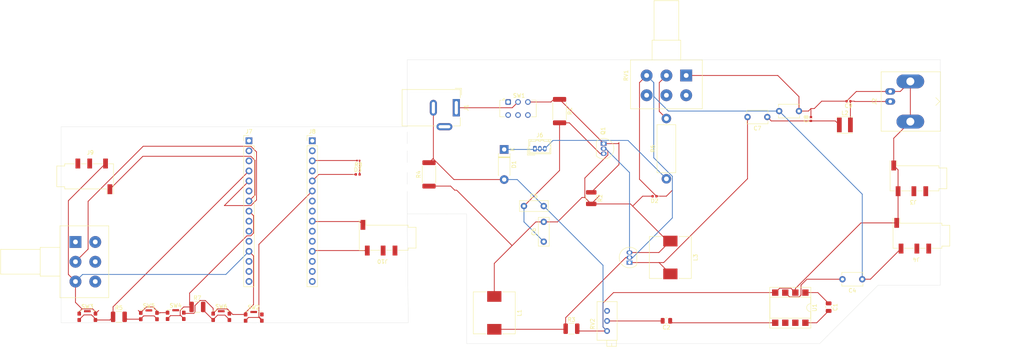
<source format=kicad_pcb>
(kicad_pcb (version 20240108) (generator "pcbnew") (generator_version "8.0")
  (layers (0 "F.Cu" signal) (31 "B.Cu" signal) (34 "B.Paste" user) (35 "F.Paste" user) (36 "B.SilkS" user "B.Silkscreen") (37 "F.SilkS" user "F.Silkscreen") (38 "B.Mask" user) (39 "F.Mask" user) (44 "Edge.Cuts" user))
  (net 0 "")
  (net 1 "Net-(C1-Pad2)")
  (net 2 "Net-(C1-Pad1)")
  (net 3 "Net-(C2-Pad2)")
  (net 4 "Net-(C2-Pad1)")
  (net 5 "Net-(D1-A)")
  (net 6 "Net-(D2-K)")
  (net 7 "Net-(U1-+)")
  (net 8 "Net-(Q1-B)")
  (net 9 "Net-(D2-A)")
  (net 10 "Net-(Q2-C)")
  (net 11 "Net-(C7-Pad1)")
  (net 12 "Net-(J2-In)")
  (net 13 "Net-(D1-K)")
  (net 14 "Net-(D3-A)")
  (net 15 "Net-(D3-K)")
  (net 16 "Net-(SW1A-B)")
  (net 17 "Net-(J7-Pin_8)")
  (net 21 "Net-(J7-Pin_6)")
  (net 27 "Net-(J7-Pin_7)")
  (net 30 "Net-(J8-Pin_9)")
  (net 33 "Net-(J8-Pin_6)")
  (net 35 "Net-(J8-Pin_3)")
  (net 36 "Net-(J8-Pin_12)")
  (net 43 "Net-(Q1-C)")
  (net 44 "Net-(R5-Pad2)")
  (net 45 "Net-(R6-Pad2)")
  (net 46 "Net-(R7-Pad2)")
  (net 63 "Net-(J7-Pin_4)")
  (net 64 "Net-(J7-Pin_12)")
  (net 65 "Net-(J7-Pin_5)")
  (footprint "Button_Switch_SMD:SW_SPST_CK_KMS2xxGP" (layer "F.Cu") (at 78.5 96)
    (property "Reference" "SW6")
    (property "Value" "CK_KMS2xxGP")
  )
  (footprint "Resistor_SMD:R_1210_3225Metric" (layer "F.Cu") (at 172 66 -90)
    (property "Reference" "R2")
    (property "Value" "R33k")
  )
  (footprint "Capacitor_SMD:C_0805_2012Metric" (layer "F.Cu") (at 232 93.55 -90)
    (property "Reference" "C1")
    (property "Value" "C 10uF")
  )
  (footprint "Resistor_SMD:R_2512_6332Metric" (layer "F.Cu") (at 131 60 90)
    (property "Reference" "R4")
    (property "Value" "R")
  )
  (footprint "Resistor_SMD:R_2512_6332Metric" (layer "F.Cu") (at 164 44 -90)
    (property "Reference" "R1")
    (property "Value" "R47k")
  )
  (footprint "LED_SMD:LED_0402_1005Metric" (layer "F.Cu") (at 112.985 60)
    (property "Reference" "D3")
    (property "Value" "LED")
  )
  (footprint "Potentiometer_THT:Potentiometer_Bourns_3296X_Horizontal" (layer "F.Cu") (at 176 94.5 90)
    (property "Reference" "RV2")
    (property "Value" "R_100ohm")
  )
  (footprint "Capacitor_THT:C_Disc_D5.1mm_W3.2mm_P5.00mm" (layer "F.Cu") (at 240.5 86.5 180)
    (property "Reference" "C4")
    (property "Value" "C" (hide yes))
  )
  (footprint "Capacitor_SMD:C_0402_1005Metric" (layer "F.Cu") (at 227.52 46 90)
    (property "Reference" "C8")
    (property "Value" "C_Small")
  )
  (footprint "Potentiometer_THT:Potentiometer_Alps_RK163_Dual_Horizontal" (layer "F.Cu") (at 41.65 77.08)
    (property "Reference" "RV3" (hide yes))
    (property "Value" "R_Potentiometer_10k")
  )
  (footprint "Button_Switch_SMD:SW_SPST_CK_KMS2xxGP" (layer "F.Cu") (at 66.975 95.75)
    (property "Reference" "SW4")
    (property "Value" "CK_KMS2xxGP")
  )
  (footprint "Inductor_SMD:L_10.4x10.4_H4.8" (layer "F.Cu") (at 147.5 95 -90)
    (property "Reference" "L1")
    (property "Value" "L_100uH")
  )
  (footprint "Capacitor_THT:C_Disc_D7.0mm_W2.5mm_P5.00mm" (layer "F.Cu") (at 160 77 90)
    (property "Reference" "C6")
    (property "Value" "C100p")
  )
  (footprint "Resistor_SMD:R_0201_0603Metric" (layer "F.Cu") (at 113.125 56.5 180)
    (property "Reference" "R8")
    (property "Value" "R_Small")
  )
  (footprint "Capacitor_SMD:C_0805_2012Metric" (layer "F.Cu") (at 191 97 180)
    (property "Reference" "C2")
    (property "Value" "C 10uF")
  )
  (footprint "Connector_Audio:Jack_3.5mm_KoreanHropartsElec_PJ-320D-4A_Horizontal" (layer "F.Cu") (at 254.15 75.5 180)
    (property "Reference" "J4")
    (property "Value" "AudioJack3_Ground")
  )
  (footprint "Button_Switch_SMD:SW_SPST_CK_KMS2xxGP" (layer "F.Cu") (at 86.7 96.2)
    (property "Reference" "SW2")
    (property "Value" "CK_KMS2xxGP")
  )
  (footprint "Connector_Audio:Jack_3.5mm_KoreanHropartsElec_PJ-320D-4A_Horizontal" (layer "F.Cu") (at 119.25 76 180)
    (property "Reference" "J10")
    (property "Value" "AudioJack3_Radio")
  )
  (footprint "Inductor_SMD:L_10.4x10.4_H4.8" (layer "F.Cu") (at 192 81 -90)
    (property "Reference" "L3")
    (property "Value" "L")
  )
  (footprint "Resistor_SMD:R_1210_3225Metric" (layer "F.Cu") (at 72.4625 93.5)
    (property "Reference" "R7")
    (property "Value" "R10K")
  )
  (footprint "Package_TO_SOT_THT:TO-92_Inline" (layer "F.Cu") (at 175.14 52.23 -90)
    (property "Reference" "Q1")
    (property "Value" "9013")
  )
  (footprint "Inductor_SMD:L_Taiyo-Yuden_MD-4040" (layer "F.Cu") (at 236.1 47.5)
    (property "Reference" "L2")
    (property "Value" "1uH")
  )
  (footprint "Connector_Audio:Jack_3.5mm_KoreanHropartsElec_PJ-320D-4A_Horizontal" (layer "F.Cu") (at 253.4 61 180)
    (property "Reference" "J3")
    (property "Value" "AudioJack3_Ground")
  )
  (footprint "Button_Switch_SMD:SW_SPST_CK_KMS2xxGP" (layer "F.Cu") (at 60.2 95.8)
    (property "Reference" "SW5")
    (property "Value" "CK_KMS2xxGP")
  )
  (footprint "Button_Switch_SMD:SW_SPST_CK_KMS2xxGP" (layer "F.Cu") (at 44.65 96)
    (property "Reference" "SW3")
    (property "Value" "CK_KMS2xxGP")
  )
  (footprint "Button_Switch_THT:SW_CK_JS202011CQN_DPDT_Straight" (layer "F.Cu") (at 151 41.7)
    (property "Reference" "SW1")
    (property "Value" "SW_DPDT_x2")
  )
  (footprint "Connector_PinHeader_2.54mm:PinHeader_1x15_P2.54mm_Vertical" (layer "F.Cu") (at 101.5 51.5)
    (property "Reference" "J8")
    (property "Value" "Conn_01x15_PinRight")
  )
  (footprint "Resistor_SMD:R_1210_3225Metric" (layer "F.Cu") (at 52.6125 96)
    (property "Reference" "R5")
    (property "Value" "R10K")
  )
  (footprint "Connector_Audio:Jack_3.5mm_KoreanHropartsElec_PJ-320D-4A_Horizontal" (layer "F.Cu") (at 45.4 60.5)
    (property "Reference" "J9")
    (property "Value" "AudioJack3_Key")
  )
  (footprint "Connector_Hirose:Hirose_DF13-03P-1.25DSA_1x03_P1.25mm_Vertical" (layer "F.Cu") (at 157.75 53.5)
    (property "Reference" "J6")
    (property "Value" "Conn_01x03_Pin")
  )
  (footprint "Capacitor_THT:C_Disc_D5.1mm_W3.2mm_P5.00mm" (layer "F.Cu") (at 216.5 45.5 180)
    (property "Reference" "C7")
    (property "Value" "C0.01uF")
  )
  (footprint "Diode_THT:D_DO-41_SOD81_P7.62mm_Horizontal" (layer "F.Cu") (at 150 53.69 -90)
    (property "Reference" "D1")
    (property "Value" "D_C145491")
  )
  (footprint "Connector_Coaxial:BNC_Amphenol_B6252HB-NPP3G-50_Horizontal" (layer "F.Cu") (at 247.57 41.58 -90)
    (property "Reference" "J2")
    (property "Value" "Conn_Coaxial")
  )
  (footprint "Connector_PinHeader_2.54mm:PinHeader_1x15_P2.54mm_Vertical" (layer "F.Cu") (at 85.5 51.5)
    (property "Reference" "J7")
    (property "Value" "Conn_01x15_PinLeft")
  )
  (footprint "Resistor_THT:R_Axial_DIN0414_L11.9mm_D4.5mm_P15.24mm_Horizontal" (layer "F.Cu") (at 191 61.12 90)
    (property "Reference" "R6")
    (property "Value" "R100k")
  )
  (footprint "Connector_BarrelJack:BarrelJack_Wuerth_6941xx301002" (layer "F.Cu") (at 137.9 43.15 -90)
    (property "Reference" "J1")
    (property "Value" "Barrel_Jack_MountingPin")
  )
  (footprint "Resistor_SMD:R_1210_3225Metric" (layer "F.Cu") (at 167 99)
    (property "Reference" "R3")
    (property "Value" "R10K")
  )
  (footprint "Package_DIP:DIP-8_W7.62mm_SMDSocket_SmallPads" (layer "F.Cu") (at 222.31 93.69 -90)
    (property "Reference" "U1")
    (property "Value" "LM386")
  )
  (footprint "Potentiometer_THT:Potentiometer_Alps_RK163_Dual_Horizontal" (layer "F.Cu") (at 196 35 -90)
    (property "Reference" "RV1")
    (property "Value" "R_Pot50k")
  )
  (footprint "LED_SMD:LED_0402_1005Metric" (layer "F.Cu") (at 188 65.515 180)
    (property "Reference" "D2")
    (property "Value" "LED")
  )
  (footprint "Capacitor_THT:C_Disc_D7.0mm_W2.5mm_P5.00mm" (layer "F.Cu") (at 155 68)
    (property "Reference" "C5")
    (property "Value" "C100p")
  )
  (footprint "Capacitor_SMD:C_0402_1005Metric" (layer "F.Cu") (at 237.02 41.5 180)
    (property "Reference" "C9")
    (property "Value" "C_Small")
  )
  (footprint "Capacitor_THT:C_Disc_D5.1mm_W3.2mm_P5.00mm" (layer "F.Cu") (at 219.5 44)
    (property "Reference" "C3" (hide yes))
    (property "Value" "C")
  )
  (footprint "Package_TO_SOT_THT:TO-92_Inline" (layer "F.Cu") (at 181.675 82.29 90)
    (property "Reference" "Q2" (hide yes))
    (property "Value" "8050")
  )
  (gr_line (start 125.5 52.25) (end 125.5 49.25) (stroke (width 0.05)) (layer "Edge.Cuts"))
  (gr_line (start 125.75 97.5) (end 125.5 70) (stroke (width 0.05)) (layer "Edge.Cuts"))
  (gr_line (start 140.5 84) (end 140.5 79) (stroke (width 0.05)) (layer "Edge.Cuts"))
  (gr_line (start 42.5 97.5) (end 38 97.5) (stroke (width 0.05)) (layer "Edge.Cuts"))
  (gr_line (start 140.5 102.75) (end 140.5 89) (stroke (width 0.05)) (layer "Edge.Cuts"))
  (gr_line (start 260.25 31) (end 260.25 88) (stroke (width 0.05)) (layer "Edge.Cuts"))
  (gr_line (start 130.5 70) (end 135.5 70) (stroke (width 0.05)) (layer "Edge.Cuts"))
  (gr_line (start 244.5 88) (end 231.75 100.75) (stroke (width 0.05)) (layer "Edge.Cuts"))
  (gr_line (start 140.5 70) (end 135.5 70) (stroke (width 0.05)) (layer "Edge.Cuts"))
  (gr_line (start 200 31) (end 125.5 31) (stroke (width 0.05)) (layer "Edge.Cuts"))
  (gr_line (start 125.5 57) (end 125.5 54) (stroke (width 0.05)) (layer "Edge.Cuts"))
  (gr_line (start 125.5 48) (end 38 48) (stroke (width 0.05)) (layer "Edge.Cuts"))
  (gr_line (start 140.5 84) (end 140.5 89) (stroke (width 0.05)) (layer "Edge.Cuts"))
  (gr_line (start 140.5 74) (end 140.5 79) (stroke (width 0.05)) (layer "Edge.Cuts"))
  (gr_line (start 38 48) (end 38 97.5) (stroke (width 0.05)) (layer "Edge.Cuts"))
  (gr_line (start 260.25 88) (end 244.5 88) (stroke (width 0.05)) (layer "Edge.Cuts"))
  (gr_line (start 140.5 74) (end 140.5 70) (stroke (width 0.05)) (layer "Edge.Cuts"))
  (gr_line (start 140.5 102.75) (end 229.75 102.75) (stroke (width 0.05)) (layer "Edge.Cuts"))
  (gr_line (start 130.5 70) (end 125.5 70) (stroke (width 0.05)) (layer "Edge.Cuts"))
  (gr_line (start 42.5 97.5) (end 125.75 97.5) (stroke (width 0.05)) (layer "Edge.Cuts"))
  (gr_line (start 231.75 100.75) (end 229.75 102.75) (stroke (width 0.05)) (layer "Edge.Cuts"))
  (gr_line (start 125.5 62.5) (end 125.5 59.5) (stroke (width 0.05)) (layer "Edge.Cuts"))
  (gr_line (start 200 31) (end 260.25 31) (stroke (width 0.05)) (layer "Edge.Cuts"))
  (gr_line (start 125.5 70) (end 125.5 64.25) (stroke (width 0.05)) (layer "Edge.Cuts"))
  (gr_line (start 125.5 31) (end 125.5 48) (stroke (width 0.05)) (layer "Edge.Cuts"))
  (segment (start 226.12 97.5) (end 229 97.5) (width 0.2) (layer "F.Cu") (net 1))
  (segment (start 229 97.5) (end 232 94.5) (width 0.2) (layer "F.Cu") (net 1))
  (segment (start 229.28 89.88) (end 232 92.6) (width 0.2) (layer "F.Cu") (net 2))
  (segment (start 226.12 89.88) (end 229.28 89.88) (width 0.2) (layer "F.Cu") (net 2))
  (segment (start 190.01 97.04) (end 190.05 97) (width 0.2) (layer "F.Cu") (net 3))
  (segment (start 176 97.04) (end 190.01 97.04) (width 0.2) (layer "F.Cu") (net 3))
  (segment (start 191.95 97) (end 192.45 97.5) (width 0.2) (layer "F.Cu") (net 4))
  (segment (start 192.45 97.5) (end 218.5 97.5) (width 0.2) (layer "F.Cu") (net 4))
  (segment (start 174.98 98.56) (end 174.98 92.52) (width 0.2) (layer "F.Cu") (net 5))
  (segment (start 227.52 43.37) (end 226.89 44) (width 0.2) (layer "F.Cu") (net 5))
  (segment (start 249.55 71.9) (end 249.2 72.25) (width 0.2) (layer "F.Cu") (net 5))
  (segment (start 226.89 44) (end 224.5 44) (width 0.2) (layer "F.Cu") (net 5))
  (segment (start 222.48 88.78) (end 223.58 89.88) (width 0.2) (layer "F.Cu") (net 5))
  (segment (start 236.54 41.5) (end 239 39.04) (width 0.2) (layer "F.Cu") (net 5))
  (segment (start 252.65 36.5) (end 252.65 46.66) (width 0.2) (layer "F.Cu") (net 5))
  (segment (start 249.55 58.85) (end 248.45 57.75) (width 0.2) (layer "F.Cu") (net 5))
  (segment (start 219.15 35) (end 196 35) (width 0.2) (layer "F.Cu") (net 5))
  (segment (start 131 57.0375) (end 132.01875 56.01875) (width 0.2) (layer "F.Cu") (net 5))
  (segment (start 168.4625 99) (end 169.0425 99.58) (width 0.2) (layer "F.Cu") (net 5))
  (segment (start 249.55 64.25) (end 249.55 71.9) (width 0.2) (layer "F.Cu") (net 5))
  (segment (start 132.01875 56.01875) (end 132.1 55.9375) (width 0.2) (layer "F.Cu") (net 5))
  (segment (start 177.62 89.88) (end 218.5 89.88) (width 0.2) (layer "F.Cu") (net 5))
  (segment (start 137.31 61.31) (end 132.01875 56.01875) (width 0.2) (layer "F.Cu") (net 5))
  (segment (start 219.6 88.78) (end 222.48 88.78) (width 0.2) (layer "F.Cu") (net 5))
  (segment (start 132.1 55.9375) (end 132.1 43.15) (width 0.2) (layer "F.Cu") (net 5))
  (segment (start 249.55 64.25) (end 249.55 58.85) (width 0.2) (layer "F.Cu") (net 5))
  (segment (start 230.24 41.5) (end 236.54 41.5) (width 0.2) (layer "F.Cu") (net 5))
  (segment (start 150 61.31) (end 137.31 61.31) (width 0.2) (layer "F.Cu") (net 5))
  (segment (start 227.52 43.37) (end 227.52 45.52) (width 0.2) (layer "F.Cu") (net 5))
  (segment (start 239 39.04) (end 247.57 39.04) (width 0.2) (layer "F.Cu") (net 5))
  (segment (start 219.15 35) (end 224.5 40.35) (width 0.2) (layer "F.Cu") (net 5))
  (segment (start 248.45 50.86) (end 252.65 46.66) (width 0.2) (layer "F.Cu") (net 5))
  (segment (start 176 99.58) (end 174.98 98.56) (width 0.2) (layer "F.Cu") (net 5))
  (segment (start 223.58 89.88) (end 223.58 88.854314) (width 0.2) (layer "F.Cu") (net 5))
  (segment (start 247.57 39.04) (end 250.11 39.04) (width 0.2) (layer "F.Cu") (net 5))
  (segment (start 248.45 57.75) (end 248.45 50.86) (width 0.2) (layer "F.Cu") (net 5))
  (segment (start 227.52 43.37) (end 228.37 43.37) (width 0.2) (layer "F.Cu") (net 5))
  (segment (start 224.5 40.35) (end 224.5 44) (width 0.2) (layer "F.Cu") (net 5))
  (segment (start 174.98 92.52) (end 177.62 89.88) (width 0.2) (layer "F.Cu") (net 5))
  (segment (start 228.37 43.37) (end 230.24 41.5) (width 0.2) (layer "F.Cu") (net 5))
  (segment (start 240.184314 72.25) (end 249.2 72.25) (width 0.2) (layer "F.Cu") (net 5))
  (segment (start 218.5 89.88) (end 219.6 88.78) (width 0.2) (layer "F.Cu") (net 5))
  (segment (start 250.11 39.04) (end 252.65 36.5) (width 0.2) (layer "F.Cu") (net 5))
  (segment (start 223.58 88.854314) (end 240.184314 72.25) (width 0.2) (layer "F.Cu") (net 5))
  (segment (start 169.0425 99.58) (end 176 99.58) (width 0.2) (layer "F.Cu") (net 5))
  (segment (start 150 61.31) (end 153.31 61.31) (width 0.2) (layer "B.Cu") (net 5))
  (segment (start 174.98 98.56) (end 176 99.58) (width 0.2) (layer "B.Cu") (net 5))
  (segment (start 153.31 61.31) (end 160 68) (width 0.2) (layer "B.Cu") (net 5))
  (segment (start 160 68) (end 174.98 82.98) (width 0.2) (layer "B.Cu") (net 5))
  (segment (start 174.98 82.98) (end 174.98 98.56) (width 0.2) (layer "B.Cu") (net 5))
  (segment (start 165.5375 96.2075) (end 180.725 81.02) (width 0.2) (layer "F.Cu") (net 6))
  (segment (start 188.485 65.515) (end 190.985 65.515) (width 0.2) (layer "F.Cu") (net 6))
  (segment (start 147.5 99.15) (end 165.3875 99.15) (width 0.2) (layer "F.Cu") (net 6))
  (segment (start 165.3875 99.15) (end 165.5375 99) (width 0.2) (layer "F.Cu") (net 6))
  (segment (start 242.55 86.5) (end 240.5 86.5) (width 0.2) (layer "F.Cu") (net 6))
  (segment (start 184.2 61.23) (end 184.2 36.8) (width 0.2) (layer "F.Cu") (net 6))
  (segment (start 188.485 65.515) (end 184.2 61.23) (width 0.2) (layer "F.Cu") (net 6))
  (segment (start 190.985 65.515) (end 192.5 64) (width 0.2) (layer "F.Cu") (net 6))
  (segment (start 180.725 81.02) (end 181.675 81.02) (width 0.2) (layer "F.Cu") (net 6))
  (segment (start 165.5375 99) (end 165.5375 96.2075) (width 0.2) (layer "F.Cu") (net 6))
  (segment (start 242.55 86.5) (end 250.3 78.75) (width 0.2) (layer "F.Cu") (net 6))
  (segment (start 184.2 36.8) (end 186 35) (width 0.2) (layer "F.Cu") (net 6))
  (segment (start 191.5 44) (end 187.8 40.3) (width 0.2) (layer "B.Cu") (net 6))
  (segment (start 240.5 65) (end 219.5 44) (width 0.2) (layer "B.Cu") (net 6))
  (segment (start 187.8 36.8) (end 187.8 55.798679) (width 0.2) (layer "B.Cu") (net 6))
  (segment (start 181.675 81.02) (end 181.45 81.02) (width 0.2) (layer "B.Cu") (net 6))
  (segment (start 192.5 60.498679) (end 192.5 71) (width 0.2) (layer "B.Cu") (net 6))
  (segment (start 240.5 86.5) (end 240.5 65) (width 0.2) (layer "B.Cu") (net 6))
  (segment (start 192.5 71) (end 182.48 81.02) (width 0.2) (layer "B.Cu") (net 6))
  (segment (start 182.48 81.02) (end 181.675 81.02) (width 0.2) (layer "B.Cu") (net 6))
  (segment (start 187.8 55.798679) (end 192.5 60.498679) (width 0.2) (layer "B.Cu") (net 6))
  (segment (start 187.8 36.8) (end 186 35) (width 0.2) (layer "B.Cu") (net 6))
  (segment (start 187.8 40.3) (end 187.8 36.8) (width 0.2) (layer "B.Cu") (net 6))
  (segment (start 219.5 44) (end 191.5 44) (width 0.2) (layer "B.Cu") (net 6))
  (segment (start 225.02 90.5) (end 225.02 87.98) (width 0.2) (layer "F.Cu") (net 7))
  (segment (start 224.54 90.98) (end 225.02 90.5) (width 0.2) (layer "F.Cu") (net 7))
  (segment (start 226.5 86.5) (end 235.45 86.5) (width 0.2) (layer "F.Cu") (net 7))
  (segment (start 221.04 89.88) (end 222.14 90.98) (width 0.2) (layer "F.Cu") (net 7))
  (segment (start 222.14 90.98) (end 224.54 90.98) (width 0.2) (layer "F.Cu") (net 7))
  (segment (start 225.02 87.98) (end 226.5 86.5) (width 0.2) (layer "F.Cu") (net 7))
  (segment (start 174.27 54.77) (end 166.4625 46.9625) (width 0.2) (layer "F.Cu") (net 8))
  (segment (start 175.14 54.77) (end 174.27 54.77) (width 0.2) (layer "F.Cu") (net 8))
  (segment (start 164 59) (end 155 68) (width 0.2) (layer "F.Cu") (net 8))
  (segment (start 166.4625 46.9625) (end 164 46.9625) (width 0.2) (layer "F.Cu") (net 8))
  (segment (start 164 46.9625) (end 164 59) (width 0.2) (layer "F.Cu") (net 8))
  (segment (start 160 77) (end 155 72) (width 0.2) (layer "B.Cu") (net 8))
  (segment (start 155 72) (end 155 68) (width 0.2) (layer "B.Cu") (net 8))
  (segment (start 181.675 79.75) (end 189.1 79.75) (width 0.2) (layer "F.Cu") (net 9))
  (segment (start 172 67.4625) (end 174 65.4625) (width 0.2) (layer "F.Cu") (net 9))
  (segment (start 138 64) (end 152 78) (width 0.2) (layer "F.Cu") (net 9))
  (segment (start 184.985 65.515) (end 187.515 65.515) (width 0.2) (layer "F.Cu") (net 9))
  (segment (start 147.5 82.5) (end 152 78) (width 0.2) (layer "F.Cu") (net 9))
  (segment (start 147.5 90.85) (end 147.5 82.5) (width 0.2) (layer "F.Cu") (net 9))
  (segment (start 170.375 65.8375) (end 170.375 60.926726) (width 0.2) (layer "F.Cu") (net 9))
  (segment (start 152 78) (end 158 72) (width 0.2) (layer "F.Cu") (net 9))
  (segment (start 176.19 54.05) (end 175.64 53.5) (width 0.2) (layer "F.Cu") (net 9))
  (segment (start 158 72) (end 160 72) (width 0.2) (layer "F.Cu") (net 9))
  (segment (start 137.5 64) (end 138 64) (width 0.2) (layer "F.Cu") (net 9))
  (segment (start 182.475 68.025) (end 184.985 65.515) (width 0.2) (layer "F.Cu") (net 9))
  (segment (start 189.1 79.75) (end 192 76.85) (width 0.2) (layer "F.Cu") (net 9))
  (segment (start 181.675 79.75) (end 181.45 79.75) (width 0.2) (layer "F.Cu") (net 9))
  (segment (start 169.6625 65.8375) (end 163.5 72) (width 0.2) (layer "F.Cu") (net 9))
  (segment (start 181.9125 67.4625) (end 172 67.4625) (width 0.2) (layer "F.Cu") (net 9))
  (segment (start 172 67.4625) (end 170.375 65.8375) (width 0.2) (layer "F.Cu") (net 9))
  (segment (start 176.19 55.111726) (end 176.19 54.05) (width 0.2) (layer "F.Cu") (net 9))
  (segment (start 190.4 75.95) (end 182.475 68.025) (width 0.2) (layer "F.Cu") (net 9))
  (segment (start 175.64 53.5) (end 175.14 53.5) (width 0.2) (layer "F.Cu") (net 9))
  (segment (start 182.475 68.025) (end 181.9125 67.4625) (width 0.2) (layer "F.Cu") (net 9))
  (segment (start 136.4625 62.9625) (end 137.5 64) (width 0.2) (layer "F.Cu") (net 9))
  (segment (start 170.375 60.926726) (end 176.19 55.111726) (width 0.2) (layer "F.Cu") (net 9))
  (segment (start 163.5 72) (end 160 72) (width 0.2) (layer "F.Cu") (net 9))
  (segment (start 131 62.9625) (end 136.4625 62.9625) (width 0.2) (layer "F.Cu") (net 9))
  (segment (start 170.375 65.8375) (end 169.6625 65.8375) (width 0.2) (layer "F.Cu") (net 9))
  (segment (start 175.64 53.5) (end 175.14 53.5) (width 0.2) (layer "B.Cu") (net 9))
  (segment (start 181.675 59.535) (end 175.64 53.5) (width 0.2) (layer "B.Cu") (net 9))
  (segment (start 181.675 79.75) (end 181.675 59.535) (width 0.2) (layer "B.Cu") (net 9))
  (segment (start 189.14 82.29) (end 190.31 82.29) (width 0.2) (layer "F.Cu") (net 10))
  (segment (start 181.675 82.29) (end 189.14 82.29) (width 0.2) (layer "F.Cu") (net 10))
  (segment (start 190.31 82.29) (end 211.5 61.1) (width 0.2) (layer "F.Cu") (net 10))
  (segment (start 211.5 61.1) (end 211.5 45.5) (width 0.2) (layer "F.Cu") (net 10))
  (segment (start 189.14 82.29) (end 192 85.15) (width 0.2) (layer "F.Cu") (net 10))
  (segment (start 227.52 46.48) (end 233.68 46.48) (width 0.2) (layer "F.Cu") (net 11))
  (segment (start 217.48 46.48) (end 216.5 45.5) (width 0.2) (layer "F.Cu") (net 11))
  (segment (start 233.68 46.48) (end 234.7 47.5) (width 0.2) (layer "F.Cu") (net 11))
  (segment (start 227.52 46.48) (end 217.48 46.48) (width 0.2) (layer "F.Cu") (net 11))
  (segment (start 238.5 41.5) (end 238.58 41.58) (width 0.2) (layer "F.Cu") (net 12))
  (segment (start 238.58 41.58) (end 247.57 41.58) (width 0.2) (layer "F.Cu") (net 12))
  (segment (start 237.5 47.5) (end 237.5 41.5) (width 0.2) (layer "F.Cu") (net 12))
  (segment (start 237.5 41.5) (end 238.5 41.5) (width 0.2) (layer "F.Cu") (net 12))
  (segment (start 160.06 53.69) (end 160.25 53.5) (width 0.2) (layer "B.Cu") (net 13))
  (segment (start 160.25 53.5) (end 162.345 51.405) (width 0.2) (layer "B.Cu") (net 13))
  (segment (start 150 53.69) (end 160.06 53.69) (width 0.2) (layer "B.Cu") (net 13))
  (segment (start 181.285 51.405) (end 191 61.12) (width 0.2) (layer "B.Cu") (net 13))
  (segment (start 162.345 51.405) (end 181.285 51.405) (width 0.2) (layer "B.Cu") (net 13))
  (segment (start 113.47 56.525) (end 113.445 56.5) (width 0.2) (layer "F.Cu") (net 14))
  (segment (start 113.47 60) (end 113.47 56.525) (width 0.2) (layer "F.Cu") (net 14))
  (segment (start 103.16 60) (end 101.5 61.66) (width 0.2) (layer "F.Cu") (net 15))
  (segment (start 112.5 60) (end 103.16 60) (width 0.2) (layer "F.Cu") (net 15))
  (segment (start 152.05 43.15) (end 153.5 41.7) (width 0.2) (layer "F.Cu") (net 16))
  (segment (start 137.9 43.15) (end 152.05 43.15) (width 0.2) (layer "F.Cu") (net 16))
  (segment (start 69 93.5) (end 68.125 94.375) (width 0.2) (layer "F.Cu") (net 17))
  (segment (start 64.925 96.55) (end 64.925 96.443629) (width 0.2) (layer "F.Cu") (net 17))
  (segment (start 68.125 95.575) (end 68 95.7) (width 0.2) (layer "F.Cu") (net 17))
  (segment (start 64.925 96.443629) (end 65.668629 95.7) (width 0.2) (layer "F.Cu") (net 17))
  (segment (start 69.025 96.443629) (end 69.025 96.55) (width 0.2) (layer "F.Cu") (net 17))
  (segment (start 71 93.5) (end 70.5 93) (width 0.2) (layer "F.Cu") (net 17))
  (segment (start 86.65 70.43) (end 85.5 69.28) (width 0.2) (layer "F.Cu") (net 17))
  (segment (start 84.99 75.51) (end 85.976346 75.51) (width 0.2) (layer "F.Cu") (net 17))
  (segment (start 86.65 74.836346) (end 86.65 70.43) (width 0.2) (layer "F.Cu") (net 17))
  (segment (start 71 93.5) (end 69 93.5) (width 0.2) (layer "F.Cu") (net 17))
  (segment (start 70.5 90) (end 84.99 75.51) (width 0.2) (layer "F.Cu") (net 17))
  (segment (start 68.125 94.375) (end 68.125 95.575) (width 0.2) (layer "F.Cu") (net 17))
  (segment (start 68.281371 95.7) (end 69.025 96.443629) (width 0.2) (layer "F.Cu") (net 17))
  (segment (start 70.5 93) (end 70.5 90) (width 0.2) (layer "F.Cu") (net 17))
  (segment (start 85.976346 75.51) (end 86.65 74.836346) (width 0.2) (layer "F.Cu") (net 17))
  (segment (start 69.075 96.5) (end 69.025 96.55) (width 0.2) (layer "F.Cu") (net 17))
  (segment (start 70.95 93.55) (end 71 93.5) (width 0.2) (layer "F.Cu") (net 17))
  (segment (start 68 95.7) (end 68.281371 95.7) (width 0.2) (layer "F.Cu") (net 17))
  (segment (start 65.668629 95.7) (end 68 95.7) (width 0.2) (layer "F.Cu") (net 17))
  (segment (start 50.35 63.75) (end 58.67 55.43) (width 0.2) (layer "F.Cu") (net 27))
  (segment (start 87 56.453654) (end 87 65.24) (width 0.2) (layer "F.Cu") (net 27))
  (segment (start 85.976346 55.43) (end 87 56.453654) (width 0.2) (layer "F.Cu") (net 27))
  (segment (start 87 65.24) (end 85.5 66.74) (width 0.2) (layer "F.Cu") (net 27))
  (segment (start 58.67 55.43) (end 85.976346 55.43) (width 0.2) (layer "F.Cu") (net 27))
  (segment (start 113.47 71.92) (end 114.3 72.75) (width 0.2) (layer "F.Cu") (net 30))
  (segment (start 101.75 71.92) (end 113.47 71.92) (width 0.2) (layer "F.Cu") (net 30))
  (segment (start 88.75 96.698924) (end 88 95.948924) (width 0.2) (layer "F.Cu") (net 33))
  (segment (start 88.006371 96.15) (end 88.75 96.893629) (width 0.2) (layer "F.Cu") (net 33))
  (segment (start 85.393629 96.15) (end 88.006371 96.15) (width 0.2) (layer "F.Cu") (net 33))
  (segment (start 84.65 97) (end 84.65 96.893629) (width 0.2) (layer "F.Cu") (net 33))
  (segment (start 88 95.948924) (end 88 77.7) (width 0.2) (layer "F.Cu") (net 33))
  (segment (start 88.75 96.893629) (end 88.75 97) (width 0.2) (layer "F.Cu") (net 33))
  (segment (start 88.75 97) (end 88.75 96.698924) (width 0.2) (layer "F.Cu") (net 33))
  (segment (start 88 77.7) (end 101.5 64.2) (width 0.2) (layer "F.Cu") (net 33))
  (segment (start 84.65 96.893629) (end 85.393629 96.15) (width 0.2) (layer "F.Cu") (net 33))
  (segment (start 112.805 56.5) (end 101.65 56.5) (width 0.2) (layer "F.Cu") (net 35))
  (segment (start 102.04 79.25) (end 101.75 79.54) (width 0.2) (layer "F.Cu") (net 36))
  (segment (start 115.4 79.25) (end 102.04 79.25) (width 0.2) (layer "F.Cu") (net 36))
  (segment (start 178.77 52.23) (end 175.14 52.23) (width 0.2) (layer "F.Cu") (net 43))
  (segment (start 179 52) (end 178.77 52.23) (width 0.2) (layer "F.Cu") (net 43))
  (segment (start 161.8375 41.7) (end 162.5375 41) (width 0.2) (layer "F.Cu") (net 43))
  (segment (start 156 41.7) (end 161.8375 41.7) (width 0.2) (layer "F.Cu") (net 43))
  (segment (start 175.14 52.1775) (end 175.14 52.23) (width 0.2) (layer "F.Cu") (net 43))
  (segment (start 179 57.5375) (end 179 52) (width 0.2) (layer "F.Cu") (net 43))
  (segment (start 175.14 52.23) (end 174.915 52.23) (width 0.2) (layer "F.Cu") (net 43))
  (segment (start 164 41.0375) (end 175.14 52.1775) (width 0.2) (layer "F.Cu") (net 43))
  (segment (start 172 64.5375) (end 179 57.5375) (width 0.2) (layer "F.Cu") (net 43))
  (segment (start 61.506371 95.75) (end 58.893629 95.75) (width 0.2) (layer "F.Cu") (net 44))
  (segment (start 54.675 96.6) (end 54.075 96) (width 0.2) (layer "F.Cu") (net 44))
  (segment (start 62.25 96.493629) (end 61.506371 95.75) (width 0.2) (layer "F.Cu") (net 44))
  (segment (start 58.893629 95.75) (end 58.15 96.493629) (width 0.2) (layer "F.Cu") (net 44))
  (segment (start 58.15 96.493629) (end 58.15 96.6) (width 0.2) (layer "F.Cu") (net 44))
  (segment (start 58.15 96.6) (end 54.675 96.6) (width 0.2) (layer "F.Cu") (net 44))
  (segment (start 62.25 96.6) (end 62.25 96.493629) (width 0.2) (layer "F.Cu") (net 44))
  (segment (start 189.2 44.08) (end 189.2 36.8) (width 0.2) (layer "F.Cu") (net 45))
  (segment (start 191 45.88) (end 189.2 44.08) (width 0.2) (layer "F.Cu") (net 45))
  (segment (start 189.2 36.8) (end 191 35) (width 0.2) (layer "F.Cu") (net 45))
  (segment (start 73.925 94.275) (end 76.45 96.8) (width 0.2) (layer "F.Cu") (net 46))
  (segment (start 79.431371 95.575) (end 80.55 96.693629) (width 0.2) (layer "F.Cu") (net 46))
  (segment (start 76.45 96.8) (end 76.45 96.693629) (width 0.2) (layer "F.Cu") (net 46))
  (segment (start 76.45 96.693629) (end 77.568629 95.575) (width 0.2) (layer "F.Cu") (net 46))
  (segment (start 80.55 96.693629) (end 80.55 96.8) (width 0.2) (layer "F.Cu") (net 46))
  (segment (start 77.568629 95.575) (end 79.431371 95.575) (width 0.2) (layer "F.Cu") (net 46))
  (segment (start 73.925 93.5) (end 73.925 94.275) (width 0.2) (layer "F.Cu") (net 46))
  (segment (start 51.15 93.47) (end 85.5 59.12) (width 0.2) (layer "F.Cu") (net 63))
  (segment (start 46.7 96.498924) (end 46.7 96.8) (width 0.2) (layer "F.Cu") (net 63))
  (segment (start 42.6 96.693629) (end 43.793629 95.5) (width 0.2) (layer "F.Cu") (net 63))
  (segment (start 50.35 96.8) (end 46.7 96.8) (width 0.2) (layer "F.Cu") (net 63))
  (segment (start 51.15 96) (end 50.35 96.8) (width 0.2) (layer "F.Cu") (net 63))
  (segment (start 45.701076 95.5) (end 46.7 96.498924) (width 0.2) (layer "F.Cu") (net 63))
  (segment (start 51.15 96) (end 51.15 93.47) (width 0.2) (layer "F.Cu") (net 63))
  (segment (start 42.6 96.8) (end 42.6 96.693629) (width 0.2) (layer "F.Cu") (net 63))
  (segment (start 43.793629 95.5) (end 45.701076 95.5) (width 0.2) (layer "F.Cu") (net 63))
  (segment (start 86.65 92.900001) (end 84.65 94.900001) (width 0.2) (layer "F.Cu") (net 64))
  (segment (start 61.249999 93.5) (end 62.25 94.500001) (width 0.2) (layer "F.Cu") (net 64))
  (segment (start 39.85 85.28) (end 39.85 66.65) (width 0.2) (layer "F.Cu") (net 64))
  (segment (start 59.571776 93.5) (end 61.249999 93.5) (width 0.2) (layer "F.Cu") (net 64))
  (segment (start 84.65 94.900001) (end 84.65 95.4) (width 0.2) (layer "F.Cu") (net 64))
  (segment (start 71.8625 94.809744) (end 71.547244 95.125) (width 0.2) (layer "F.Cu") (net 64))
  (segment (start 71.547244 95.125) (end 69.2 95.125) (width 0.2) (layer "F.Cu") (net 64))
  (segment (start 63 95) (end 63.05 94.95) (width 0.2) (layer "F.Cu") (net 64))
  (segment (start 43.300001 94) (end 45.999999 94) (width 0.2) (layer "F.Cu") (net 64))
  (segment (start 46.7 95.2) (end 47.525 94.375) (width 0.2) (layer "F.Cu") (net 64))
  (segment (start 42.6 94.700001) (end 43.300001 94) (width 0.2) (layer "F.Cu") (net 64))
  (segment (start 71.8625 93.1375) (end 71.8625 94.809744) (width 0.2) (layer "F.Cu") (net 64))
  (segment (start 85.5 79.44) (end 86.65 80.59) (width 0.2) (layer "F.Cu") (net 64))
  (segment (start 74.472244 91.875) (end 73.125 91.875) (width 0.2) (layer "F.Cu") (net 64))
  (segment (start 76.45 95.2) (end 76.45 95.121776) (width 0.2) (layer "F.Cu") (net 64))
  (segment (start 39.85 66.65) (end 49.25 57.25) (width 0.2) (layer "F.Cu") (net 64))
  (segment (start 76.45 95.2) (end 76.45 93.852756) (width 0.2) (layer "F.Cu") (net 64))
  (segment (start 58.15 95) (end 58.15 94.921776) (width 0.2) (layer "F.Cu") (net 64))
  (segment (start 69.1 94.875) (end 69.025 94.95) (width 0.2) (layer "F.Cu") (net 64))
  (segment (start 73.125 91.875) (end 71.8625 93.1375) (width 0.2) (layer "F.Cu") (net 64))
  (segment (start 76.45 93.852756) (end 74.472244 91.875) (width 0.2) (layer "F.Cu") (net 64))
  (segment (start 63.05 94.95) (end 64.925 94.95) (width 0.2) (layer "F.Cu") (net 64))
  (segment (start 69.2 95.125) (end 69.025 94.95) (width 0.2) (layer "F.Cu") (net 64))
  (segment (start 62.25 95) (end 63 95) (width 0.2) (layer "F.Cu") (net 64))
  (segment (start 80 94) (end 80.55 94.55) (width 0.2) (layer "F.Cu") (net 64))
  (segment (start 45.999999 94) (end 46.7 94.700001) (width 0.2) (layer "F.Cu") (net 64))
  (segment (start 86.65 80.59) (end 86.65 92.900001) (width 0.2) (layer "F.Cu") (net 64))
  (segment (start 76.45 95.2) (end 76.125 94.875) (width 0.2) (layer "F.Cu") (net 64))
  (segment (start 46.7 94.700001) (end 46.7 95.2) (width 0.2) (layer "F.Cu") (net 64))
  (segment (start 76.45 95.121776) (end 77.571776 94) (width 0.2) (layer "F.Cu") (net 64))
  (segment (start 62.25 94.500001) (end 62.25 95) (width 0.2) (layer "F.Cu") (net 64))
  (segment (start 42.65 95.15) (end 42.6 95.2) (width 0.2) (layer "F.Cu") (net 64))
  (segment (start 81.4 95.4) (end 84.65 95.4) (width 0.2) (layer "F.Cu") (net 64))
  (segment (start 58.15 94.921776) (end 59.571776 93.5) (width 0.2) (layer "F.Cu") (net 64))
  (segment (start 77.571776 94) (end 80 94) (width 0.2) (layer "F.Cu") (net 64))
  (segment (start 80.825 95.475) (end 80.55 95.2) (width 0.2) (layer "F.Cu") (net 64))
  (segment (start 41.65 92.349999) (end 41.65 87.08) (width 0.2) (layer "F.Cu") (net 64))
  (segment (start 42.6 95.2) (end 42.6 94.700001) (width 0.2) (layer "F.Cu") (net 64))
  (segment (start 80 94) (end 81.4 95.4) (width 0.2) (layer "F.Cu") (net 64))
  (segment (start 64.925 94.95) (end 64.925 94.450001) (width 0.2) (layer "F.Cu") (net 64))
  (segment (start 80.55 94.55) (end 80.55 95.2) (width 0.2) (layer "F.Cu") (net 64))
  (segment (start 84.45 95.2) (end 84.65 95.4) (width 0.2) (layer "F.Cu") (net 64))
  (segment (start 41.65 87.08) (end 39.85 85.28) (width 0.2) (layer "F.Cu") (net 64))
  (segment (start 57.525 94.375) (end 58.15 95) (width 0.2) (layer "F.Cu") (net 64))
  (segment (start 43.300001 94) (end 41.65 92.349999) (width 0.2) (layer "F.Cu") (net 64))
  (segment (start 43.45 85.28) (end 79.66 85.28) (width 0.2) (layer "B.Cu") (net 64))
  (segment (start 41.65 87.08) (end 43.45 85.28) (width 0.2) (layer "B.Cu") (net 64))
  (segment (start 79.66 85.28) (end 85.5 79.44) (width 0.2) (layer "B.Cu") (net 64))
  (segment (start 58.76 52.89) (end 85.976346 52.89) (width 0.2) (layer "F.Cu") (net 65))
  (segment (start 85.976346 52.89) (end 87.4 54.313654) (width 0.2) (layer "F.Cu") (net 65))
  (segment (start 41.65 82.08) (end 44.85 78.88) (width 0.2) (layer "F.Cu") (net 65))
  (segment (start 44.85 78.88) (end 44.85 66.8) (width 0.2) (layer "F.Cu") (net 65))
  (segment (start 87.4 66.466346) (end 85.976346 67.89) (width 0.2) (layer "F.Cu") (net 65))
  (segment (start 85.976346 67.89) (end 79.27 67.89) (width 0.2) (layer "F.Cu") (net 65))
  (segment (start 44.85 66.8) (end 58.76 52.89) (width 0.2) (layer "F.Cu") (net 65))
  (segment (start 87.4 54.313654) (end 87.4 66.466346) (width 0.2) (layer "F.Cu") (net 65))
  (segment (start 79.27 67.89) (end 85.5 61.66) (width 0.2) (layer "F.Cu") (net 65))
)
</source>
